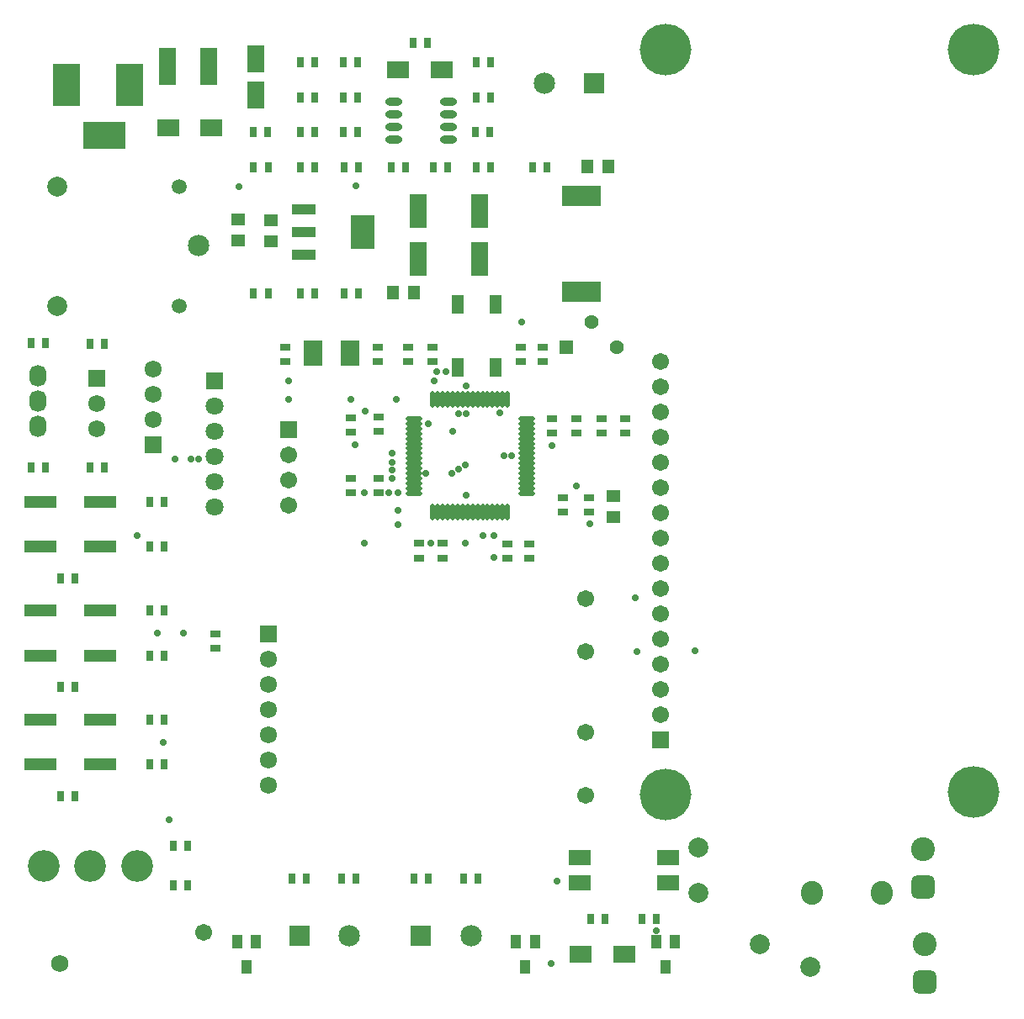
<source format=gbr>
%TF.GenerationSoftware,Altium Limited,Altium Designer,24.9.1 (31)*%
G04 Layer_Color=8388736*
%FSLAX45Y45*%
%MOMM*%
%TF.SameCoordinates,54C84388-69FA-44E8-9161-08C7B8D1B229*%
%TF.FilePolarity,Negative*%
%TF.FileFunction,Soldermask,Top*%
%TF.Part,Single*%
G01*
G75*
%TA.AperFunction,SMDPad,CuDef*%
%ADD25R,2.20000X1.60000*%
%ADD74R,0.75320X1.10320*%
%ADD75R,1.05320X1.40320*%
%ADD76R,2.30320X1.75320*%
%ADD77R,1.10320X0.75320*%
%ADD78R,1.40320X1.30320*%
%ADD79R,4.00320X2.10320*%
%ADD80R,3.20320X1.20320*%
G04:AMPARAMS|DCode=81|XSize=1.6932mm|YSize=0.4832mm|CornerRadius=0.1716mm|HoleSize=0mm|Usage=FLASHONLY|Rotation=0.000|XOffset=0mm|YOffset=0mm|HoleType=Round|Shape=RoundedRectangle|*
%AMROUNDEDRECTD81*
21,1,1.69320,0.14000,0,0,0.0*
21,1,1.35000,0.48320,0,0,0.0*
1,1,0.34320,0.67500,-0.07000*
1,1,0.34320,-0.67500,-0.07000*
1,1,0.34320,-0.67500,0.07000*
1,1,0.34320,0.67500,0.07000*
%
%ADD81ROUNDEDRECTD81*%
G04:AMPARAMS|DCode=82|XSize=1.6932mm|YSize=0.4832mm|CornerRadius=0.1716mm|HoleSize=0mm|Usage=FLASHONLY|Rotation=90.000|XOffset=0mm|YOffset=0mm|HoleType=Round|Shape=RoundedRectangle|*
%AMROUNDEDRECTD82*
21,1,1.69320,0.14000,0,0,90.0*
21,1,1.35000,0.48320,0,0,90.0*
1,1,0.34320,0.07000,0.67500*
1,1,0.34320,0.07000,-0.67500*
1,1,0.34320,-0.07000,-0.67500*
1,1,0.34320,-0.07000,0.67500*
%
%ADD82ROUNDEDRECTD82*%
%ADD83C,1.70320*%
%ADD84R,1.20320X1.90320*%
%ADD85R,1.90320X2.60320*%
%ADD86R,1.80320X3.40320*%
%ADD87R,2.35320X3.45320*%
%ADD88R,2.35320X1.10320*%
%ADD89O,1.70320X0.80320*%
%ADD90R,1.72720X3.75920*%
%ADD91R,1.30320X1.40320*%
%ADD92R,1.80320X2.80320*%
%TA.AperFunction,ViaPad*%
%ADD93C,1.72720*%
%TA.AperFunction,ComponentPad*%
%ADD94C,3.20000*%
%ADD95C,1.72320*%
%ADD96R,1.72320X1.72320*%
%ADD97C,2.00320*%
%ADD98R,2.15320X2.15320*%
%ADD99C,2.15320*%
%ADD100O,2.20320X2.40320*%
%ADD101C,5.20320*%
%ADD102C,1.71120*%
%ADD103R,1.71120X1.71120*%
%ADD104O,1.70320X2.20320*%
%ADD105C,1.80320*%
%ADD106R,1.80320X1.80320*%
%ADD107R,1.42520X1.42520*%
%ADD108C,1.42520*%
%ADD109C,1.51120*%
%ADD110R,4.26720X2.74320*%
%ADD111R,2.74320X4.26720*%
%ADD112C,1.70320*%
%ADD113R,1.70320X1.70320*%
G04:AMPARAMS|DCode=114|XSize=2.4032mm|YSize=2.4032mm|CornerRadius=0.6516mm|HoleSize=0mm|Usage=FLASHONLY|Rotation=90.000|XOffset=0mm|YOffset=0mm|HoleType=Round|Shape=RoundedRectangle|*
%AMROUNDEDRECTD114*
21,1,2.40320,1.10000,0,0,90.0*
21,1,1.10000,2.40320,0,0,90.0*
1,1,1.30320,0.55000,0.55000*
1,1,1.30320,0.55000,-0.55000*
1,1,1.30320,-0.55000,-0.55000*
1,1,1.30320,-0.55000,0.55000*
%
%ADD114ROUNDEDRECTD114*%
%ADD115C,2.40320*%
%TA.AperFunction,ViaPad*%
%ADD116C,0.71120*%
D25*
X5685790Y1516380D02*
D03*
Y1262380D02*
D03*
X6572250D02*
D03*
Y1516380D02*
D03*
D74*
X1743820Y1630680D02*
D03*
X1598820D02*
D03*
Y1234440D02*
D03*
X1743820D02*
D03*
X6453824Y897740D02*
D03*
X6308824D02*
D03*
X5797440Y899160D02*
D03*
X5942440D02*
D03*
X4517170Y1305080D02*
D03*
X4662170D02*
D03*
X4162170D02*
D03*
X4017170D02*
D03*
X462820Y2129640D02*
D03*
X607820D02*
D03*
X462280Y3230880D02*
D03*
X607280D02*
D03*
X462280Y4330700D02*
D03*
X607280D02*
D03*
X1501900Y3550776D02*
D03*
X1356900D02*
D03*
X755540Y5443220D02*
D03*
X900540D02*
D03*
X161180D02*
D03*
X306180D02*
D03*
X900810Y6685280D02*
D03*
X755810D02*
D03*
X162340Y6697980D02*
D03*
X307340D02*
D03*
X2549540Y7195820D02*
D03*
X2404540D02*
D03*
X2876860Y7197240D02*
D03*
X3021860D02*
D03*
X3458320D02*
D03*
X3313320D02*
D03*
X2404000Y8470900D02*
D03*
X2549000D02*
D03*
X2873900Y9173260D02*
D03*
X3018900D02*
D03*
X2873900Y9525000D02*
D03*
X3018900D02*
D03*
X2935080Y1305080D02*
D03*
X2790080D02*
D03*
X3290190Y1306500D02*
D03*
X3435190D02*
D03*
X1356360Y2903363D02*
D03*
X1501360D02*
D03*
X1501900Y4649609D02*
D03*
X1356900D02*
D03*
X4152900Y9720580D02*
D03*
X4007900D02*
D03*
X4644280Y9525000D02*
D03*
X4789280D02*
D03*
X4789820Y9172213D02*
D03*
X4644820D02*
D03*
X4644280Y8470900D02*
D03*
X4789280D02*
D03*
X4636660Y8821420D02*
D03*
X4781660D02*
D03*
X5359620Y8469480D02*
D03*
X5214620D02*
D03*
X3313320Y8470900D02*
D03*
X3458320D02*
D03*
X4360290Y8469480D02*
D03*
X4215290D02*
D03*
X3930760D02*
D03*
X3785760D02*
D03*
X3019440D02*
D03*
X2874440D02*
D03*
X3451240Y8820846D02*
D03*
X3306240D02*
D03*
X2873900Y8822267D02*
D03*
X3018900D02*
D03*
X1356900Y2452653D02*
D03*
X1501900D02*
D03*
X1501360Y5101028D02*
D03*
X1356360D02*
D03*
X1501360Y4002196D02*
D03*
X1356360D02*
D03*
X3306240Y9172213D02*
D03*
X3451240D02*
D03*
X2401460Y8821420D02*
D03*
X2546460D02*
D03*
X3450700Y9525000D02*
D03*
X3305700D02*
D03*
D75*
X6646291Y668561D02*
D03*
X6457310Y668020D02*
D03*
X6551290Y418559D02*
D03*
X2426721Y668561D02*
D03*
X2237740Y668020D02*
D03*
X2331720Y418559D02*
D03*
X5137885D02*
D03*
X5043905Y668020D02*
D03*
X5232886Y668561D02*
D03*
D76*
X5690950Y543560D02*
D03*
X6130950D02*
D03*
X1541170Y8864600D02*
D03*
X1981170D02*
D03*
X3860220Y9448800D02*
D03*
X4300220D02*
D03*
D77*
X2021840Y3766820D02*
D03*
Y3621820D02*
D03*
X5181600Y4532520D02*
D03*
Y4677520D02*
D03*
X4957740D02*
D03*
Y4532520D02*
D03*
X4307740Y4678680D02*
D03*
Y4533680D02*
D03*
X4066540Y4678680D02*
D03*
Y4533680D02*
D03*
X6146800Y5788113D02*
D03*
Y5933113D02*
D03*
X5901663Y5933653D02*
D03*
Y5788653D02*
D03*
X5655105Y5933653D02*
D03*
Y5788653D02*
D03*
X5408548Y5933653D02*
D03*
Y5788653D02*
D03*
X3662680Y5951440D02*
D03*
Y5806440D02*
D03*
X3660140Y5335180D02*
D03*
Y5190180D02*
D03*
X3380740Y5335180D02*
D03*
Y5190180D02*
D03*
X5316220Y6652800D02*
D03*
Y6507800D02*
D03*
X3380740Y5947520D02*
D03*
Y5802520D02*
D03*
X5095240Y6652800D02*
D03*
Y6507800D02*
D03*
X4207030Y6507260D02*
D03*
Y6652260D02*
D03*
X3954780Y6507260D02*
D03*
Y6652260D02*
D03*
X3655060Y6507260D02*
D03*
Y6652260D02*
D03*
X2722880Y6652800D02*
D03*
Y6507800D02*
D03*
X5781040Y4995221D02*
D03*
Y5140221D02*
D03*
X5516880Y4995221D02*
D03*
Y5140221D02*
D03*
D78*
X6027160Y5155940D02*
D03*
Y4945940D02*
D03*
X2580640Y7935820D02*
D03*
Y7725820D02*
D03*
X2245360Y7730900D02*
D03*
Y7940900D02*
D03*
D79*
X5700000Y7216140D02*
D03*
Y8176140D02*
D03*
D80*
X857621Y2902653D02*
D03*
Y2452653D02*
D03*
X257621Y2902653D02*
D03*
Y2452653D02*
D03*
X857621Y4001486D02*
D03*
Y3551486D02*
D03*
X257621Y4001486D02*
D03*
Y3551486D02*
D03*
X857621Y5100319D02*
D03*
Y4650319D02*
D03*
X257621Y5100319D02*
D03*
Y4650319D02*
D03*
D81*
X4015740Y5935180D02*
D03*
Y5885180D02*
D03*
Y5835180D02*
D03*
Y5785180D02*
D03*
Y5735180D02*
D03*
Y5685180D02*
D03*
Y5635180D02*
D03*
Y5585180D02*
D03*
Y5535180D02*
D03*
Y5485180D02*
D03*
Y5435180D02*
D03*
Y5385180D02*
D03*
Y5335180D02*
D03*
Y5285180D02*
D03*
Y5235180D02*
D03*
Y5185180D02*
D03*
X5149740D02*
D03*
Y5235180D02*
D03*
Y5285180D02*
D03*
Y5335180D02*
D03*
Y5385180D02*
D03*
Y5435180D02*
D03*
Y5485180D02*
D03*
Y5535180D02*
D03*
Y5585180D02*
D03*
Y5635180D02*
D03*
Y5685180D02*
D03*
Y5735180D02*
D03*
Y5785180D02*
D03*
Y5835180D02*
D03*
Y5885180D02*
D03*
Y5935180D02*
D03*
D82*
X4207740Y4993180D02*
D03*
X4257740D02*
D03*
X4307740D02*
D03*
X4357740D02*
D03*
X4407740D02*
D03*
X4457740D02*
D03*
X4507740D02*
D03*
X4557740D02*
D03*
X4607740D02*
D03*
X4657740D02*
D03*
X4707740D02*
D03*
X4757740D02*
D03*
X4807740D02*
D03*
X4857740D02*
D03*
X4907740D02*
D03*
X4957740D02*
D03*
Y6127180D02*
D03*
X4907740D02*
D03*
X4857740D02*
D03*
X4807740D02*
D03*
X4757740D02*
D03*
X4707740D02*
D03*
X4657740D02*
D03*
X4607740D02*
D03*
X4557740D02*
D03*
X4507740D02*
D03*
X4457740D02*
D03*
X4407740D02*
D03*
X4357740D02*
D03*
X4307740D02*
D03*
X4257740D02*
D03*
X4207740D02*
D03*
D83*
X5748020Y2138680D02*
D03*
Y4127500D02*
D03*
X5745480Y3586480D02*
D03*
X1902460Y762000D02*
D03*
X5748020Y2776220D02*
D03*
D84*
X4460000Y7085000D02*
D03*
Y6455000D02*
D03*
X4840000D02*
D03*
Y7085000D02*
D03*
D85*
X3370160Y6593840D02*
D03*
X3000160D02*
D03*
D86*
X4678680Y7547640D02*
D03*
Y8027640D02*
D03*
X4061460D02*
D03*
Y7547640D02*
D03*
D87*
X3498480Y7818120D02*
D03*
D88*
X2912480Y7589120D02*
D03*
Y7818120D02*
D03*
Y8047120D02*
D03*
D89*
X4364400Y8750300D02*
D03*
Y8877300D02*
D03*
Y9004300D02*
D03*
Y9131300D02*
D03*
X3814400Y8750300D02*
D03*
Y8877300D02*
D03*
Y9004300D02*
D03*
Y9131300D02*
D03*
D90*
X1955800Y9481820D02*
D03*
X1535660D02*
D03*
D91*
X5764940Y8473440D02*
D03*
X5974940D02*
D03*
X3806600Y7203440D02*
D03*
X4016600D02*
D03*
D92*
X2428240Y9197680D02*
D03*
Y9557680D02*
D03*
D93*
X450000Y450000D02*
D03*
D94*
X760161Y1428000D02*
D03*
X290161D02*
D03*
X1230161D02*
D03*
D95*
X2552700Y3004820D02*
D03*
Y2242820D02*
D03*
Y2496820D02*
D03*
Y2750820D02*
D03*
Y3512820D02*
D03*
Y3258820D02*
D03*
X828040Y6085840D02*
D03*
Y5831840D02*
D03*
X1391920Y6438900D02*
D03*
Y6184900D02*
D03*
Y5930900D02*
D03*
D96*
X2552700Y3766820D02*
D03*
X828040Y6339840D02*
D03*
X1391920Y5676900D02*
D03*
D97*
X7500620Y640080D02*
D03*
X8008620Y411480D02*
D03*
X6875340Y1619780D02*
D03*
Y1159780D02*
D03*
X431400Y7070800D02*
D03*
Y8270800D02*
D03*
D98*
X2862960Y730080D02*
D03*
X5826380Y9311640D02*
D03*
X4089400Y730080D02*
D03*
D99*
X3362960D02*
D03*
X5326380Y9311640D02*
D03*
X4589400Y730080D02*
D03*
X1851400Y7682800D02*
D03*
D100*
X8725340Y1159780D02*
D03*
X8025340D02*
D03*
D101*
X6550660Y9649460D02*
D03*
X9650660D02*
D03*
X9650060Y2178360D02*
D03*
X6550660Y2149460D02*
D03*
D102*
X6500660Y6509460D02*
D03*
Y6255460D02*
D03*
Y6001460D02*
D03*
Y5747460D02*
D03*
Y5493460D02*
D03*
Y5239460D02*
D03*
Y4985460D02*
D03*
Y4731460D02*
D03*
Y4477460D02*
D03*
Y4223460D02*
D03*
Y3715460D02*
D03*
Y3461460D02*
D03*
Y3207460D02*
D03*
Y2953460D02*
D03*
Y3969460D02*
D03*
D103*
Y2699460D02*
D03*
D104*
X236220Y5859780D02*
D03*
Y6113780D02*
D03*
Y6367780D02*
D03*
D105*
X2012640Y5045519D02*
D03*
Y5299519D02*
D03*
Y5553519D02*
D03*
Y5807519D02*
D03*
Y6061519D02*
D03*
D106*
Y6315519D02*
D03*
D107*
X5546000Y6657340D02*
D03*
D108*
X5800000Y6911340D02*
D03*
X6054000Y6657340D02*
D03*
D109*
X1651400Y8270800D02*
D03*
Y7070800D02*
D03*
D110*
X899160Y8788400D02*
D03*
D111*
X518160Y9296400D02*
D03*
X1153160D02*
D03*
D112*
X2753360Y5067300D02*
D03*
Y5321300D02*
D03*
Y5575300D02*
D03*
D113*
Y5829300D02*
D03*
D114*
X9157062Y266706D02*
D03*
X9141822Y1216666D02*
D03*
D115*
X9157062Y647706D02*
D03*
X9141822Y1597666D02*
D03*
D116*
X4820920Y4754880D02*
D03*
X4714240Y4757420D02*
D03*
X4531360Y4678680D02*
D03*
X4541520Y6268720D02*
D03*
X4338320Y6413500D02*
D03*
X1493520Y2679700D02*
D03*
X1432560Y3774440D02*
D03*
X1551940Y1894840D02*
D03*
X5648960Y5255260D02*
D03*
X3380740Y6126480D02*
D03*
X5097780Y6906260D02*
D03*
X5394960Y452120D02*
D03*
X6459220Y777240D02*
D03*
X4221480Y6319520D02*
D03*
X4244340Y6413500D02*
D03*
X4160520Y5882640D02*
D03*
X4407740Y5808140D02*
D03*
X3843020Y6126480D02*
D03*
X4823391Y4534112D02*
D03*
X4544060Y5163820D02*
D03*
X5410200Y5661660D02*
D03*
X3421380Y5671820D02*
D03*
X3853180Y4866640D02*
D03*
Y5009080D02*
D03*
X4135120Y5384800D02*
D03*
X3766820Y5191760D02*
D03*
X2755900Y6319520D02*
D03*
Y6126480D02*
D03*
X4184849Y4678680D02*
D03*
X2252980Y8275320D02*
D03*
X3431540Y8280400D02*
D03*
X1610360Y5532120D02*
D03*
X1696720Y3774440D02*
D03*
X1770380Y5532120D02*
D03*
X1849120D02*
D03*
X1231900Y4757420D02*
D03*
X6261100Y3586480D02*
D03*
X6842760Y3599180D02*
D03*
X6248400Y4132580D02*
D03*
X5459401Y1281604D02*
D03*
X4470400Y5430520D02*
D03*
X4401820Y5382260D02*
D03*
X3800000Y5497000D02*
D03*
Y5586211D02*
D03*
X4533900Y5473700D02*
D03*
X4884420Y5991860D02*
D03*
X3515360Y5191760D02*
D03*
X3522980Y6012180D02*
D03*
X4466160Y5986780D02*
D03*
X5783249Y4874876D02*
D03*
X3520440Y4678680D02*
D03*
X4919980Y5565140D02*
D03*
X5003800D02*
D03*
X4544060Y5986780D02*
D03*
X3853180Y5191760D02*
D03*
X3800000Y5334000D02*
D03*
Y5420360D02*
D03*
%TF.MD5,60d30de9c3e9ef7824460741dee1b230*%
M02*

</source>
